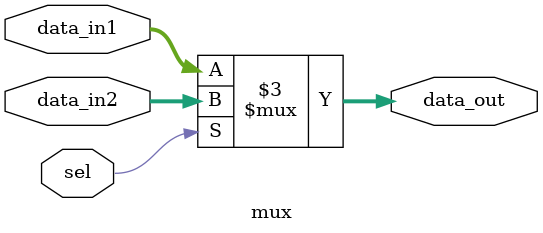
<source format=v>

/*
// Module: mux.v
// Description: MUX verilog code //
// Owner : Mohamed Ayman
// Date :  March 2022
*/

module mux
#(parameter data_size = 32) 
(
    output reg    [data_size-1:0]     data_out,
    input  wire   [data_size-1:0]     data_in1,data_in2,
    input  wire                       sel
);

always @(*)

    begin
        if (sel)
            data_out = data_in2;
        else
            data_out = data_in1;
    end

endmodule



</source>
